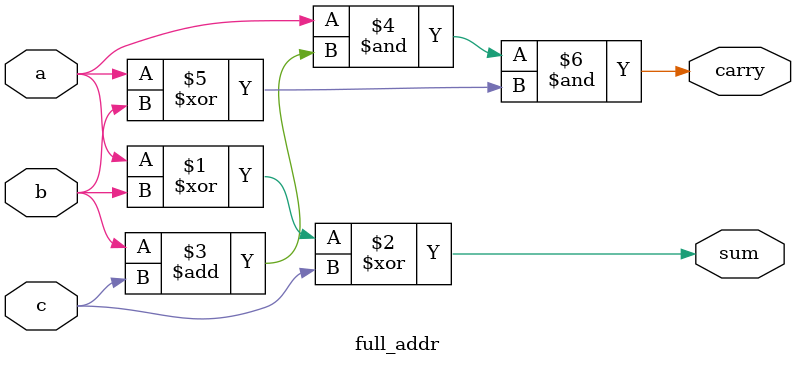
<source format=v>
module full_addr(input a,b,c, output sum,carry);

	assign sum = a^b^c;
	assign carry = (a&b+c&(a^b));
	
endmodule

</source>
